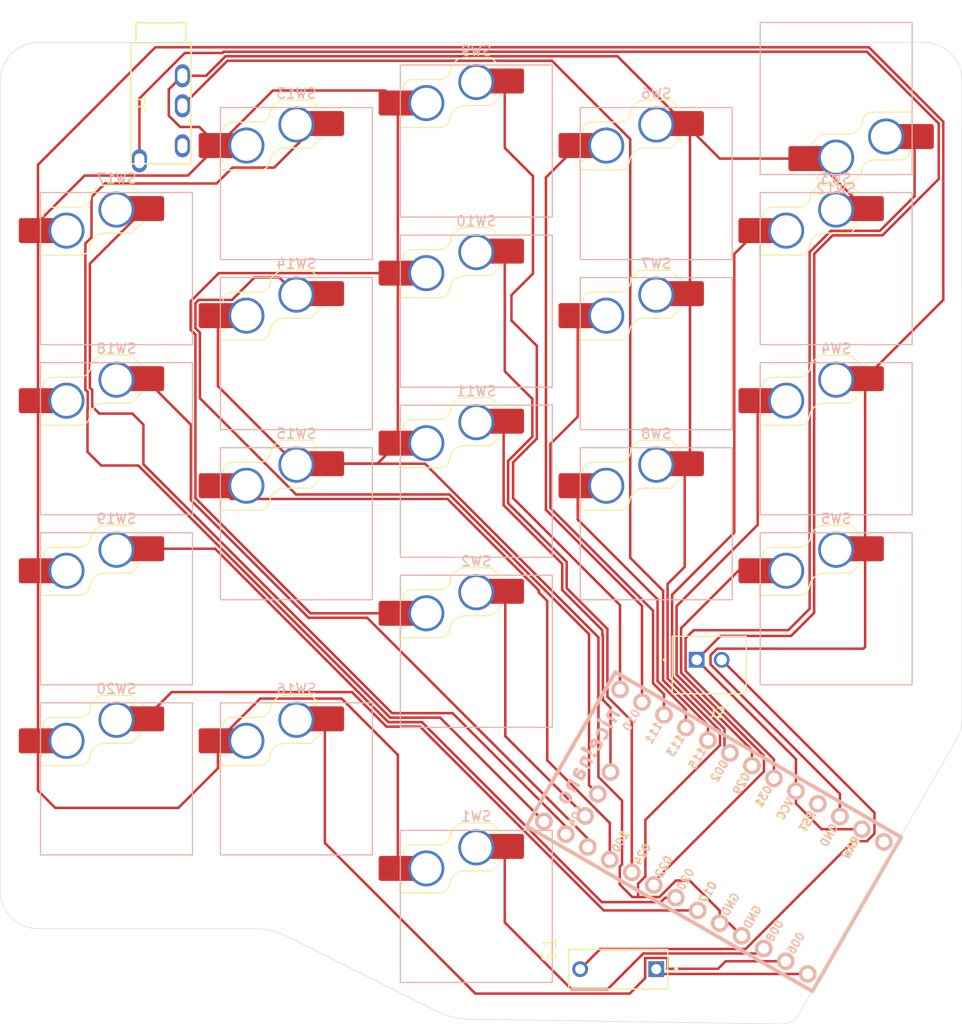
<source format=kicad_pcb>
(kicad_pcb (version 20221018) (generator pcbnew)
  (layers (0 "F.Cu" signal) (31 "B.Cu" signal) (34 "B.Paste" user) (35 "F.Paste" user) (36 "B.SilkS" user "B.Silkscreen") (37 "F.SilkS" user "F.Silkscreen") (38 "B.Mask" user) (39 "F.Mask" user) (44 "Edge.Cuts" user))
  (net 0 "")
  (net 1 "9")
  (net 2 "10")
  (net 3 "11")
  (net 4 "13")
  (net 5 "16")
  (net 6 "17")
  (net 7 "18")
  (net 8 "19")
  (net 9 "20")
  (net 10 "21")
  (net 11 "GND")
  (net 12 "3v3")
  (net 13 "1")
  (net 14 "3")
  (net 15 "4")
  (net 16 "6")
  (net 17 "7")
  (net 18 "8")
  (net 19 "2")
  (net 20 "15")
  (net 21 "14")
  (net 22 "12")
  (net 23 "5")
  (net 24 "Net-(J2-Pad2)")
  (net 25 "RST")
  (net 27 "B-")
  (footprint "MJ-4PP-9:MJ-4PP-9" (layer "F.Cu") (at 118.725 39.792944 -90)
    (fp_text reference "J1")
    (fp_text value "MJ-4PP-9_MJ-4PP-9")
  )
  (footprint "DIP:SW_DS01-254-L-01BE" (layer "F.Cu") (at 164.425 126.337944 90)
    (fp_text reference "S1")
    (fp_text value "DS01-254-L-01BE")
  )
  (footprint "Connectors_user:JST_B2B-XH-A_LF__SN_" (layer "F.Cu") (at 173.525 95.942944 180)
    (fp_text reference "J2")
    (fp_text value "B2B-XH-A_LF__SN_")
  )
  (footprint "ScottoKeebs_Hotswap:Hotswap_Choc_V1_Plated_1.00u" (layer "B.Cu") (at 186.225 56.317944 180)
    (fp_text reference "SW3")
    (fp_text value "CherryMX")
  )
  (footprint "ScottoKeebs_Hotswap:Hotswap_Choc_V1_Plated_1.00u" (layer "B.Cu") (at 186.225 73.317944 180)
    (fp_text reference "SW4")
    (fp_text value "CherryMX")
  )
  (footprint "ScottoKeebs_Hotswap:Hotswap_Choc_V1_Plated_1.00u" (layer "B.Cu") (at 186.225 90.317944 180)
    (fp_text reference "SW5")
    (fp_text value "CherryMX")
  )
  (footprint "ScottoKeebs_Hotswap:Hotswap_Choc_V1_Plated_1.00u" (layer "B.Cu") (at 168.225 47.817944 180)
    (fp_text reference "SW6")
    (fp_text value "CherryMX")
  )
  (footprint "ScottoKeebs_Hotswap:Hotswap_Choc_V1_Plated_1.00u" (layer "B.Cu") (at 168.225 64.817944 180)
    (fp_text reference "SW7")
    (fp_text value "CherryMX")
  )
  (footprint "ScottoKeebs_Hotswap:Hotswap_Choc_V1_Plated_1.00u" (layer "B.Cu") (at 168.225 81.817944 180)
    (fp_text reference "SW8")
    (fp_text value "CherryMX")
  )
  (footprint "ScottoKeebs_Hotswap:Hotswap_Choc_V1_Plated_1.00u" (layer "B.Cu") (at 150.225 43.567944 180)
    (fp_text reference "SW9")
    (fp_text value "CherryMX")
  )
  (footprint "ScottoKeebs_Hotswap:Hotswap_Choc_V1_Plated_1.00u" (layer "B.Cu") (at 150.225 60.567944 180)
    (fp_text reference "SW10")
    (fp_text value "CherryMX")
  )
  (footprint "ScottoKeebs_Hotswap:Hotswap_Choc_V1_Plated_1.00u" (layer "B.Cu") (at 150.225 77.567944 180)
    (fp_text reference "SW11")
    (fp_text value "CherryMX")
  )
  (footprint "ScottoKeebs_Hotswap:Hotswap_Choc_V1_Plated_1.00u" (layer "B.Cu") (at 132.225 47.817944 180)
    (fp_text reference "SW13")
    (fp_text value "CherryMX")
  )
  (footprint "ScottoKeebs_Hotswap:Hotswap_Choc_V1_Plated_1.00u" (layer "B.Cu") (at 132.225 64.817944 180)
    (fp_text reference "SW14")
    (fp_text value "CherryMX")
  )
  (footprint "ScottoKeebs_Hotswap:Hotswap_Choc_V1_Plated_1.00u" (layer "B.Cu") (at 132.225 81.817944 180)
    (fp_text reference "SW15")
    (fp_text value "CherryMX")
  )
  (footprint "ScottoKeebs_Hotswap:Hotswap_Choc_V1_Plated_1.00u" (layer "B.Cu") (at 132.225 107.317944 180)
    (fp_text reference "SW16")
    (fp_text value "CherryMX")
  )
  (footprint "ScottoKeebs_Hotswap:Hotswap_Choc_V1_Plated_1.00u" (layer "B.Cu") (at 114.225 56.317944 180)
    (fp_text reference "SW17")
    (fp_text value "CherryMX")
  )
  (footprint "ScottoKeebs_Hotswap:Hotswap_Choc_V1_Plated_1.00u" (layer "B.Cu") (at 114.225 73.317944 180)
    (fp_text reference "SW18")
    (fp_text value "CherryMX")
  )
  (footprint "ScottoKeebs_Hotswap:Hotswap_Choc_V1_Plated_1.00u" (layer "B.Cu") (at 114.225 90.317944 180)
    (fp_text reference "SW19")
    (fp_text value "CherryMX")
  )
  (footprint "ScottoKeebs_Hotswap:Hotswap_Choc_V1_Plated_1.00u" (layer "B.Cu") (at 114.225 107.317944 180)
    (fp_text reference "SW20")
    (fp_text value "CherryMX")
  )
  (footprint "ScottoKeebs_Hotswap:Hotswap_Choc_V1_Plated_1.00u" (layer "B.Cu") (at 150.225 120.067944 180)
    (fp_text reference "SW1")
    (fp_text value "CherryMX")
  )
  (footprint "ScottoKeebs_Hotswap:Hotswap_Choc_V1_Plated_1.00u" (layer "B.Cu") (at 186.225 39.317944)
    (fp_text reference "SW12")
    (fp_text value "CherryMX")
  )
  (footprint "Nice_nano:nice_nano" (layer "B.Cu") (at 172.89 111.962944 150)
    (fp_text reference "U3" hide)
    (fp_text value "nice_nano" hide)
  )
  (footprint "ScottoKeebs_Hotswap:Hotswap_Choc_V1_Plated_1.00u" (layer "B.Cu") (at 150.225 94.567944 180)
    (fp_text reference "SW2")
    (fp_text value "CherryMX")
  )
  (gr_arc (start 127.84125 122.292944) (mid 129.804879 122.534678) (end 131.65125 123.245444) (stroke (width 0.05)) (layer "Edge.Cuts"))
  (gr_line (start 102.6 37.520444) (end 102.6 118.482944) (stroke (width 0.05)) (layer "Edge.Cuts"))
  (gr_line (start 198.8025 101.337944) (end 198.8025 37.520444) (stroke (width 0.05)) (layer "Edge.Cuts"))
  (gr_line (start 131.65125 123.245444) (end 145.93875 130.389194) (stroke (width 0.05)) (layer "Edge.Cuts"))
  (gr_arc (start 102.6 37.520444) (mid 103.715923 34.826367) (end 106.41 33.710444) (stroke (width 0.05)) (layer "Edge.Cuts"))
  (gr_arc (start 182.509442 130.815165) (mid 181.748215 131.570266) (end 180.705 131.817944) (stroke (width 0.05)) (layer "Edge.Cuts"))
  (gr_arc (start 149.74875 131.341694) (mid 147.785121 131.09996) (end 145.93875 130.389194) (stroke (width 0.05)) (layer "Edge.Cuts"))
  (gr_line (start 194.9925 33.710444) (end 106.41 33.710444) (stroke (width 0.05)) (layer "Edge.Cuts"))
  (gr_arc (start 198.8025 101.337944) (mid 198.681633 102.319759) (end 198.32625 103.242944) (stroke (width 0.05)) (layer "Edge.Cuts"))
  (gr_line (start 182.509442 130.815165) (end 198.32625 103.242944) (stroke (width 0.05)) (layer "Edge.Cuts"))
  (gr_arc (start 194.9925 33.710444) (mid 197.686577 34.826367) (end 198.8025 37.520444) (stroke (width 0.05)) (layer "Edge.Cuts"))
  (gr_line (start 180.705 131.817944) (end 149.74875 131.341694) (stroke (width 0.05)) (layer "Edge.Cuts"))
  (gr_arc (start 106.41 122.292944) (mid 103.715923 121.177021) (end 102.6 118.482944) (stroke (width 0.05)) (layer "Edge.Cuts"))
  (gr_line (start 127.84125 122.292944) (end 106.41 122.292944) (stroke (width 0.05)) (layer "Edge.Cuts"))
  (segment (start 111.8 68.451344) (end 111.8 70.096396) (width 0.25) (layer "F.Cu") (net 1))
  (segment (start 111.565 55.827944) (end 111.565 68.216344) (width 0.25) (layer "F.Cu") (net 1))
  (segment (start 111.565 68.216344) (end 111.8 68.451344) (width 0.25) (layer "F.Cu") (net 1))
  (segment (start 147.853462 100.75) (end 159.18133 112.077868) (width 0.25) (layer "F.Cu") (net 1))
  (segment (start 117.075 50.317944) (end 111.565 55.827944) (width 0.25) (layer "F.Cu") (net 1))
  (segment (start 112.513604 70.81) (end 115.818275 70.81) (width 0.25) (layer "F.Cu") (net 1))
  (segment (start 141.797056 100.75) (end 147.853462 100.75) (width 0.25) (layer "F.Cu") (net 1))
  (segment (start 116.92 75.872944) (end 141.797056 100.75) (width 0.25) (layer "F.Cu") (net 1))
  (segment (start 116.92 71.911725) (end 116.92 75.872944) (width 0.25) (layer "F.Cu") (net 1))
  (segment (start 111.8 70.096396) (end 112.513604 70.81) (width 0.25) (layer "F.Cu") (net 1))
  (segment (start 159.18133 112.077868) (end 159.18133 112.847058) (width 0.25) (layer "F.Cu") (net 1))
  (segment (start 115.818275 70.81) (end 116.92 71.911725) (width 0.25) (layer "F.Cu") (net 1))
  (segment (start 125.83 46.22) (end 130.01 46.22) (width 0.25) (layer "F.Cu") (net 2))
  (segment (start 112.697056 76) (end 111.325 74.627944) (width 0.25) (layer "F.Cu") (net 2))
  (segment (start 111.73 49.16) (end 113.082056 47.807944) (width 0.25) (layer "F.Cu") (net 2))
  (segment (start 113.082056 47.807944) (end 124.242056 47.807944) (width 0.25) (layer "F.Cu") (net 2))
  (segment (start 130.01 46.22) (end 134.412056 41.817944) (width 0.25) (layer "F.Cu") (net 2))
  (segment (start 111.73 53.192944) (end 111.73 49.16) (width 0.25) (layer "F.Cu") (net 2))
  (segment (start 111.325 74.627944) (end 111.325 70.423148) (width 0.25) (layer "F.Cu") (net 2))
  (segment (start 116.41066 76) (end 112.697056 76) (width 0.25) (layer "F.Cu") (net 2))
  (segment (start 134.412056 41.817944) (end 135.075 41.817944) (width 0.25) (layer "F.Cu") (net 2))
  (segment (start 111.115 68.40274) (end 111.115 53.807944) (width 0.25) (layer "F.Cu") (net 2))
  (segment (start 141.61066 101.2) (end 116.41066 76) (width 0.25) (layer "F.Cu") (net 2))
  (segment (start 111.325 70.423148) (end 111.35 70.398148) (width 0.25) (layer "F.Cu") (net 2))
  (segment (start 124.242056 47.807944) (end 125.83 46.22) (width 0.25) (layer "F.Cu") (net 2))
  (segment (start 111.35 68.63774) (end 111.115 68.40274) (width 0.25) (layer "F.Cu") (net 2))
  (segment (start 146.604567 101.2) (end 141.61066 101.2) (width 0.25) (layer "F.Cu") (net 2))
  (segment (start 111.35 70.398148) (end 111.35 68.63774) (width 0.25) (layer "F.Cu") (net 2))
  (segment (start 156.981625 111.577058) (end 146.604567 101.2) (width 0.25) (layer "F.Cu") (net 2))
  (segment (start 111.115 53.807944) (end 111.73 53.192944) (width 0.25) (layer "F.Cu") (net 2))
  (segment (start 153.125 88.617944) (end 153.075 88.567944) (width 0.25) (layer "F.Cu") (net 3))
  (segment (start 153.125 103.042112) (end 153.125 88.617944) (width 0.25) (layer "F.Cu") (net 3))
  (segment (start 161.111241 111.028353) (end 153.125 103.042112) (width 0.25) (layer "F.Cu") (net 3))
  (segment (start 152.96 79.966396) (end 152.96 71.682944) (width 0.25) (layer "F.Cu") (net 4))
  (segment (start 162.831241 92.919897) (end 162.831241 92.454845) (width 0.25) (layer "F.Cu") (net 4))
  (segment (start 158.82 88.443604) (end 158.82 85.826396) (width 0.25) (layer "F.Cu") (net 4))
  (segment (start 158.82 85.826396) (end 152.96 79.966396) (width 0.25) (layer "F.Cu") (net 4))
  (segment (start 163.651241 106.628944) (end 163.651241 100.194845) (width 0.25) (layer "F.Cu") (net 4))
  (segment (start 163.651241 100.194845) (end 162.89 99.433604) (width 0.25) (layer "F.Cu") (net 4))
  (segment (start 162.89 99.433604) (end 162.89 92.978656) (width 0.25) (layer "F.Cu") (net 4))
  (segment (start 162.89 92.978656) (end 162.831241 92.919897) (width 0.25) (layer "F.Cu") (net 4))
  (segment (start 152.96 71.682944) (end 153.075 71.567944) (width 0.25) (layer "F.Cu") (net 4))
  (segment (start 162.831241 92.454845) (end 158.82 88.443604) (width 0.25) (layer "F.Cu") (net 4))
  (segment (start 167.91 90.510812) (end 167.91 97.77) (width 0.25) (layer "F.Cu") (net 5))
  (segment (start 160.375 61.017944) (end 160.375 71.115) (width 0.25) (layer "F.Cu") (net 5))
  (segment (start 157.64 73.85) (end 157.64 80.240812) (width 0.25) (layer "F.Cu") (net 5))
  (segment (start 160.375 71.115) (end 157.64 73.85) (width 0.25) (layer "F.Cu") (net 5))
  (segment (start 157.64 80.240812) (end 167.91 90.510812) (width 0.25) (layer "F.Cu") (net 5))
  (segment (start 169.001034 98.861034) (end 169.001034 100.91883) (width 0.25) (layer "F.Cu") (net 5))
  (segment (start 167.91 97.77) (end 169.001034 98.861034) (width 0.25) (layer "F.Cu") (net 5))
  (segment (start 168.36 97.54632) (end 168.36 89.382944) (width 0.25) (layer "F.Cu") (net 6))
  (segment (start 171.200739 102.18883) (end 171.200739 100.387059) (width 0.25) (layer "F.Cu") (net 6))
  (segment (start 160.375 81.397944) (end 160.375 78.017944) (width 0.25) (layer "F.Cu") (net 6))
  (segment (start 171.200739 100.387059) (end 168.36 97.54632) (width 0.25) (layer "F.Cu") (net 6))
  (segment (start 168.36 89.382944) (end 160.375 81.397944) (width 0.25) (layer "F.Cu") (net 6))
  (segment (start 173.400443 103.45883) (end 173.400443 101.950367) (width 0.25) (layer "F.Cu") (net 7))
  (segment (start 125.325 35.542944) (end 120.825 40.042944) (width 0.25) (layer "F.Cu") (net 7))
  (segment (start 173.400443 101.950367) (end 168.9125 97.462424) (width 0.25) (layer "F.Cu") (net 7))
  (segment (start 165.62439 43.377334) (end 157.79 35.542944) (width 0.25) (layer "F.Cu") (net 7))
  (segment (start 168.9125 88.5125) (end 165.62439 85.22439) (width 0.25) (layer "F.Cu") (net 7))
  (segment (start 168.9125 97.462424) (end 168.9125 88.5125) (width 0.25) (layer "F.Cu") (net 7))
  (segment (start 165.62439 85.22439) (end 165.62439 43.377334) (width 0.25) (layer "F.Cu") (net 7))
  (segment (start 157.79 35.542944) (end 125.325 35.542944) (width 0.25) (layer "F.Cu") (net 7))
  (segment (start 175.051743 104.180425) (end 175.051743 102.328875) (width 0.25) (layer "F.Cu") (net 8))
  (segment (start 175.600148 104.72883) (end 175.051743 104.180425) (width 0.25) (layer "F.Cu") (net 8))
  (segment (start 176.035 54.857944) (end 178.375 52.517944) (width 0.25) (layer "F.Cu") (net 8))
  (segment (start 169.8125 97.089632) (end 169.8125 88.9175) (width 0.25) (layer "F.Cu") (net 8))
  (segment (start 176.035 82.695) (end 176.035 54.857944) (width 0.25) (layer "F.Cu") (net 8))
  (segment (start 175.051743 102.328875) (end 169.8125 97.089632) (width 0.25) (layer "F.Cu") (net 8))
  (segment (start 169.8125 88.9175) (end 176.035 82.695) (width 0.25) (layer "F.Cu") (net 8))
  (segment (start 177.799852 104.440588) (end 177.799852 105.99883) (width 0.25) (layer "F.Cu") (net 9))
  (segment (start 178.375 69.517944) (end 178.375 81.935) (width 0.25) (layer "F.Cu") (net 9))
  (segment (start 178.375 81.935) (end 170.2625 90.0475) (width 0.25) (layer "F.Cu") (net 9))
  (segment (start 170.2625 96.903236) (end 177.799852 104.440588) (width 0.25) (layer "F.Cu") (net 9))
  (segment (start 170.2625 90.0475) (end 170.2625 96.903236) (width 0.25) (layer "F.Cu") (net 9))
  (segment (start 194.075 49.067944) (end 194.075 43.117944) (width 0.25) (layer "F.Cu") (net 10))
  (segment (start 179.999557 107.26883) (end 179.999557 105.367501) (width 0.25) (layer "F.Cu") (net 10))
  (segment (start 190.602944 52.54) (end 194.075 49.067944) (width 0.25) (layer "F.Cu") (net 10))
  (segment (start 183.57439 54.659214) (end 185.69066 52.542944) (width 0.25) (layer "F.Cu") (net 10))
  (segment (start 171.1625 96.530444) (end 171.1625 93.2675) (width 0.25) (layer "F.Cu") (net 10))
  (segment (start 179.999557 105.367501) (end 171.1625 96.530444) (width 0.25) (layer "F.Cu") (net 10))
  (segment (start 187.105204 52.542944) (end 187.108148 52.54) (width 0.25) (layer "F.Cu") (net 10))
  (segment (start 171.1625 93.2675) (end 171.97 92.46) (width 0.25) (layer "F.Cu") (net 10))
  (segment (start 181.43 92.46) (end 183.57439 90.31561) (width 0.25) (layer "F.Cu") (net 10))
  (segment (start 185.69066 52.542944) (end 187.105204 52.542944) (width 0.25) (layer "F.Cu") (net 10))
  (segment (start 171.97 92.46) (end 181.43 92.46) (width 0.25) (layer "F.Cu") (net 10))
  (segment (start 183.57439 90.31561) (end 183.57439 54.659214) (width 0.25) (layer "F.Cu") (net 10))
  (segment (start 187.108148 52.54) (end 190.602944 52.54) (width 0.25) (layer "F.Cu") (net 10))
  (segment (start 164.809303 109.485901) (end 164.809303 115.857389) (width 0.25) (layer "F.Cu") (net 11))
  (segment (start 171.075 58.817944) (end 171.6 59.342944) (width 0.25) (layer "F.Cu") (net 11))
  (segment (start 122.517056 42.16) (end 120.59 42.16) (width 0.25) (layer "F.Cu") (net 11))
  (segment (start 106.375 52.517944) (end 106.375 69.517944) (width 0.25) (layer "F.Cu") (net 11))
  (segment (start 170.198015 117.48) (end 171.561478 117.48) (width 0.25) (layer "F.Cu") (net 11))
  (segment (start 123.188604 37.042944) (end 120.825 37.042944) (width 0.25) (layer "F.Cu") (net 11))
  (segment (start 142.375 56.767944) (end 142.375 73.767944) (width 0.25) (layer "F.Cu") (net 11))
  (segment (start 183.375 45.317944) (end 174.575 45.317944) (width 0.25) (layer "F.Cu") (net 11))
  (segment (start 124.462056 56.767944) (end 142.375 56.767944) (width 0.25) (layer "F.Cu") (net 11))
  (segment (start 108.107944 110.217944) (end 106.375 108.485) (width 0.25) (layer "F.Cu") (net 11))
  (segment (start 189.125 84.367944) (end 189.075 84.317944) (width 0.25) (layer "F.Cu") (net 11))
  (segment (start 106.375 69.517944) (end 106.375 86.517944) (width 0.25) (layer "F.Cu") (net 11))
  (segment (start 118.117056 34.192944) (end 106.375 45.935) (width 0.25) (layer "F.Cu") (net 11))
  (segment (start 174.314187 94.305444) (end 180.538719 94.305444) (width 0.25) (layer "F.Cu") (net 11))
  (segment (start 106.375 108.485) (end 106.375 103.517944) (width 0.25) (layer "F.Cu") (net 11))
  (segment (start 189.075 50.317944) (end 184.075 45.317944) (width 0.25) (layer "F.Cu") (net 11))
  (segment (start 171.6 75.292944) (end 171.075 75.817944) (width 0.25) (layer "F.Cu") (net 11))
  (segment (start 186.59867 108.814927) (end 173.6625 95.878757) (width 0.25) (layer "F.Cu") (net 11))
  (segment (start 175.508966 121.737058) (end 174.579261 121.737058) (width 0.25) (layer "F.Cu") (net 11))
  (segment (start 167.14 111.42) (end 167.14 117.068311) (width 0.25) (layer "F.Cu") (net 11))
  (segment (start 162.44 93.165052) (end 162.44 107.116598) (width 0.25) (layer "F.Cu") (net 11))
  (segment (start 124.375 103.517944) (end 128.6 99.292944) (width 0.25) (layer "F.Cu") (net 11))
  (segment (start 142.375 39.767944) (end 141.125 38.517944) (width 0.25) (layer "F.Cu") (net 11))
  (segment (start 106.375 51.685) (end 111.042056 47.017944) (width 0.25) (layer "F.Cu") (net 11))
  (segment (start 164.35 35.092944) (end 125.138604 35.092944) (width 0.25) (layer "F.Cu") (net 11))
  (segment (start 166.41 117.798311) (end 166.41 119.04) (width 0.25) (layer "F.Cu") (net 11))
  (segment (start 186.59867 111.07883) (end 186.59867 108.814927) (width 0.25) (layer "F.Cu") (net 11))
  (segment (start 122.125 79.263044) (end 122.125 62.89944) (width 0.25) (layer "F.Cu") (net 11))
  (segment (start 174.601743 102.515271) (end 174.601743 103.958257) (width 0.25) (layer "F.Cu") (net 11))
  (segment (start 174.579261 120.497783) (end 174.579261 121.737058) (width 0.25) (layer "F.Cu") (net 11))
  (segment (start 171.6 59.342944) (end 171.6 75.292944) (width 0.25) (layer "F.Cu") (net 11))
  (segment (start 122.125 62.89944) (end 121.65 62.42444) (width 0.25) (layer "F.Cu") (net 11))
  (segment (start 135.075 75.817944) (end 145.092892 75.817944) (width 0.25) (layer "F.Cu") (net 11))
  (segment (start 120.59 42.16) (end 119.46 41.03) (width 0.25) (layer "F.Cu") (net 11))
  (segment (start 173.6625 94.957131) (end 174.314187 94.305444) (width 0.25) (layer "F.Cu") (net 11))
  (segment (start 142.375 104.917944) (end 142.375 116.267944) (width 0.25) (layer "F.Cu") (net 11))
  (segment (start 111.042056 47.017944) (end 121.375 47.017944) (width 0.25) (layer "F.Cu") (net 11))
  (segment (start 176.778966 123.007058) (end 175.508966 121.737058) (width 0.25) (layer "F.Cu") (net 11))
  (segment (start 189.125 84.267944) (end 189.125 67.367944) (width 0.25) (layer "F.Cu") (net 11))
  (segment (start 164.809303 115.857389) (end 164.579143 116.087549) (width 0.25) (layer "F.Cu") (net 11))
  (segment (start 162.44 107.116598) (end 164.809303 109.485901) (width 0.25) (layer "F.Cu") (net 11))
  (segment (start 124.375 68.067944) (end 132.225 75.917944) (width 0.25) (layer "F.Cu") (net 11))
  (segment (start 188.95 94.31) (end 189.125 94.135) (width 0.25) (layer "F.Cu") (net 11))
  (segment (start 196.94 59.452944) (end 196.94 41.633604) (width 0.25) (layer "F.Cu") (net 11))
  (segment (start 174.575 45.317944) (end 171.075 41.817944) (width 0.25) (layer "F.Cu") (net 11))
  (segment (start 121.65 59.58) (end 124.462056 56.767944) (width 0.25) (layer "F.Cu") (net 11))
  (segment (start 189.125 67.367944) (end 189.075 67.317944) (width 0.25) (layer "F.Cu") (net 11))
  (segment (start 171.6 58.292944) (end 171.075 58.817944) (width 0.25) (layer "F.Cu") (net 11))
  (segment (start 171.075 75.817944) (end 171.075 86.125) (width 0.25) (layer "F.Cu") (net 11))
  (segment (start 171.075 86.125) (end 169.3625 87.8375) (width 0.25) (layer "F.Cu") (net 11))
  (segment (start 121.375 47.017944) (end 124.375 44.017944) (width 0.25) (layer "F.Cu") (net 11))
  (segment (start 120.422056 110.217944) (end 108.107944 110.217944) (width 0.25) (layer "F.Cu") (net 11))
  (segment (start 124.375 44.017944) (end 122.517056 42.16) (width 0.25) (layer "F.Cu") (net 11))
  (segment (start 106.375 86.517944) (end 106.375 103.517944) (width 0.25) (layer "F.Cu") (net 11))
  (segment (start 142.375 56.767944) (end 142.375 39.767944) (width 0.25) (layer "F.Cu") (net 11))
  (segment (start 168.549657 119.128358) (end 170.198015 117.48) (width 0.25) (layer "F.Cu") (net 11))
  (segment (start 142.375 90.767944) (end 133.6299 90.767944) (width 0.25) (layer "F.Cu") (net 11))
  (segment (start 133.6299 90.767944) (end 122.125 79.263044) (width 0.25) (layer "F.Cu") (net 11))
  (segment (start 167.14 117.068311) (end 166.41 117.798311) (width 0.25) (layer "F.Cu") (net 11))
  (segment (start 171.075 41.817944) (end 171.6 42.342944) (width 0.25) (layer "F.Cu") (net 11))
  (segment (start 180.538719 94.305444) (end 180.543275 94.31) (width 0.25) (layer "F.Cu") (net 11))
  (segment (start 128.6 99.292944) (end 136.75 99.292944) (width 0.25) (layer "F.Cu") (net 11))
  (segment (start 173.6625 95.878757) (end 173.6625 94.957131) (width 0.25) (layer "F.Cu") (net 11))
  (segment (start 174.601743 103.958257) (end 167.14 111.42) (width 0.25) (layer "F.Cu") (net 11))
  (segment (start 164.579143 116.087549) (end 164.579143 117.879143) (width 0.25) (layer "F.Cu") (net 11))
  (segment (start 106.375 45.935) (end 106.375 52.517944) (width 0.25) (layer "F.Cu") (net 11))
  (segment (start 196.94 41.633604) (end 189.49934 34.192944) (width 0.25) (layer "F.Cu") (net 11))
  (segment (start 166.321642 119.128358) (end 166.41 119.04) (width 0.25) (layer "F.Cu") (net 11))
  (segment (start 166.41 119.04) (end 166.498358 119.128358) (width 0.25) (layer "F.Cu") (net 11))
  (segment (start 124.375 106.265) (end 120.422056 110.217944) (width 0.25) (layer "F.Cu") (net 11))
  (segment (start 135.075 75.817944) (end 140.325 75.817944) (width 0.25) (layer "F.Cu") (net 11))
  (segment (start 141.125 38.517944) (end 129.875 38.517944) (width 0.25) (layer "F.Cu") (net 11))
  (segment (start 171.6 42.342944) (end 171.6 58.292944) (width 0.25) (layer "F.Cu") (net 11))
  (segment (start 189.075 67.317944) (end 196.94 59.452944) (width 0.25) (layer "F.Cu") (net 11))
  (segment (start 184.075 45.317944) (end 183.375 45.317944) (width 0.25) (layer "F.Cu") (net 11))
  (segment (start 164.579143 117.879143) (end 165.828358 119.128358) (width 0.25) (layer "F.Cu") (net 11))
  (segment (start 119.46 38.407944) (end 120.825 37.042944) (width 0.25) (layer "F.Cu") (net 11))
  (segment (start 165.828358 119.128358) (end 166.321642 119.128358) (width 0.25) (layer "F.Cu") (net 11))
  (segment (start 106.375 52.517944) (end 106.375 51.685) (width 0.25) (layer "F.Cu") (net 11))
  (segment (start 136.75 99.292944) (end 142.375 104.917944) (width 0.25) (layer "F.Cu") (net 11))
  (segment (start 180.543275 94.31) (end 188.95 94.31) (width 0.25) (layer "F.Cu") (net 11))
  (segment (start 129.875 38.517944) (end 124.375 44.017944) (width 0.25) (layer "F.Cu") (net 11))
  (segment (start 189.49934 34.192944) (end 118.117056 34.192944) (width 0.25) (layer "F.Cu") (net 11))
  (segment (start 121.65 62.42444) (end 121.65 59.58) (width 0.25) (layer "F.Cu") (net 11))
  (segment (start 145.092892 75.817944) (end 162.44 93.165052) (width 0.25) (layer "F.Cu") (net 11))
  (segment (start 124.375 103.517944) (end 124.375 106.265) (width 0.25) (layer "F.Cu") (net 11))
  (segment (start 119.46 41.03) (end 119.46 38.407944) (width 0.25) (layer "F.Cu") (net 11))
  (segment (start 189.075 84.317944) (end 189.125 84.267944) (width 0.25) (layer "F.Cu") (net 11))
  (segment (start 125.138604 35.092944) (end 123.188604 37.042944) (width 0.25) (layer "F.Cu") (net 11))
  (segment (start 171.075 41.817944) (end 164.35 35.092944) (width 0.25) (layer "F.Cu") (net 11))
  (segment (start 171.561478 117.48) (end 174.579261 120.497783) (width 0.25) (layer "F.Cu") (net 11))
  (segment (start 189.125 94.135) (end 189.125 84.367944) (width 0.25) (layer "F.Cu") (net 11))
  (segment (start 166.498358 119.128358) (end 168.549657 119.128358) (width 0.25) (layer "F.Cu") (net 11))
  (segment (start 124.375 61.017944) (end 124.375 68.067944) (width 0.25) (layer "F.Cu") (net 11))
  (segment (start 169.3625 97.276028) (end 174.601743 102.515271) (width 0.25) (layer "F.Cu") (net 11))
  (segment (start 140.325 75.817944) (end 142.375 73.767944) (width 0.25) (layer "F.Cu") (net 11))
  (segment (start 169.3625 87.8375) (end 169.3625 97.276028) (width 0.25) (layer "F.Cu") (net 11))
  (segment (start 187.294544 52.99) (end 190.862944 52.99) (width 0.25) (layer "F.Cu") (net 12))
  (segment (start 116.525 39.307944) (end 116.525 45.542944) (width 0.25) (layer "F.Cu") (net 12))
  (segment (start 124.952208 34.642944) (end 124.835152 34.76) (width 0.25) (layer "F.Cu") (net 12))
  (segment (start 196.49 47.362944) (end 196.49 41.82) (width 0.25) (layer "F.Cu") (net 12))
  (segment (start 189.312944 34.642944) (end 124.952208 34.642944) (width 0.25) (layer "F.Cu") (net 12))
  (segment (start 184.03439 54.83561) (end 185.877056 52.992944) (width 0.25) (layer "F.Cu") (net 12))
  (segment (start 181.72 93.03) (end 184.02439 90.72561) (width 0.25) (layer "F.Cu") (net 12))
  (segment (start 185.877056 52.992944) (end 187.2916 52.992944) (width 0.25) (layer "F.Cu") (net 12))
  (segment (start 190.862944 52.99) (end 196.49 47.362944) (width 0.25) (layer "F.Cu") (net 12))
  (segment (start 196.49 41.82) (end 189.312944 34.642944) (width 0.25) (layer "F.Cu") (net 12))
  (segment (start 182.199261 109.778105) (end 182.199261 108.53883) (width 0.25) (layer "F.Cu") (net 12))
  (segment (start 184.03439 71.407335) (end 184.03439 54.83561) (width 0.25) (layer "F.Cu") (net 12))
  (segment (start 184.02439 90.72561) (end 184.02439 71.417335) (width 0.25) (layer "F.Cu") (net 12))
  (segment (start 124.835152 34.76) (end 121.072944 34.76) (width 0.25) (layer "F.Cu") (net 12))
  (segment (start 182.199261 105.342205) (end 172.275 95.417944) (width 0.25) (layer "F.Cu") (net 12))
  (segment (start 174.662944 93.03) (end 181.72 93.03) (width 0.25) (layer "F.Cu") (net 12))
  (segment (start 187.2916 52.992944) (end 187.294544 52.99) (width 0.25) (layer "F.Cu") (net 12))
  (segment (start 184.02439 71.417335) (end 184.03439 71.407335) (width 0.25) (layer "F.Cu") (net 12))
  (segment (start 121.072944 34.76) (end 116.525 39.307944) (width 0.25) (layer "F.Cu") (net 12))
  (segment (start 182.199261 108.53883) (end 182.199261 105.342205) (width 0.25) (layer "F.Cu") (net 12))
  (segment (start 188.798375 112.34883) (end 184.769986 112.34883) (width 0.25) (layer "F.Cu") (net 12))
  (segment (start 172.275 95.417944) (end 174.662944 93.03) (width 0.25) (layer "F.Cu") (net 12))
  (segment (start 184.769986 112.34883) (end 182.199261 109.778105) (width 0.25) (layer "F.Cu") (net 12))
  (segment (start 150.13 128.78) (end 165.577944 128.78) (width 0.25) (layer "F.Cu") (net 13))
  (segment (start 175.165734 125.547058) (end 181.178375 125.547058) (width 0.25) (layer "F.Cu") (net 13))
  (segment (start 135.075 101.317944) (end 135.075 113.725) (width 0.25) (layer "F.Cu") (net 13))
  (segment (start 167.12 125.222944) (end 169.35 125.222944) (width 0.25) (layer "F.Cu") (net 13))
  (segment (start 169.35 126.298358) (end 174.414434 126.298358) (width 0.25) (layer "F.Cu") (net 13))
  (segment (start 169.35 125.222944) (end 169.35 126.298358) (width 0.25) (layer "F.Cu") (net 13))
  (segment (start 174.414434 126.298358) (end 175.165734 125.547058) (width 0.25) (layer "F.Cu") (net 13))
  (segment (start 165.577944 128.78) (end 167.12 127.237944) (width 0.25) (layer "F.Cu") (net 13))
  (segment (start 167.12 127.237944) (end 167.12 125.222944) (width 0.25) (layer "F.Cu") (net 13))
  (segment (start 135.075 113.725) (end 150.13 128.78) (width 0.25) (layer "F.Cu") (net 13))
  (segment (start 141.237868 102.1) (end 144.602156 102.1) (width 0.25) (layer "F.Cu") (net 14))
  (segment (start 162.969214 120.467058) (end 172.379557 120.467058) (width 0.25) (layer "F.Cu") (net 14))
  (segment (start 119.745 98.647944) (end 137.785812 98.647944) (width 0.25) (layer "F.Cu") (net 14))
  (segment (start 144.602156 102.1) (end 162.969214 120.467058) (width 0.25) (layer "F.Cu") (net 14))
  (segment (start 117.075 101.317944) (end 119.745 98.647944) (width 0.25) (layer "F.Cu") (net 14))
  (segment (start 137.785812 98.647944) (end 141.237868 102.1) (width 0.25) (layer "F.Cu") (net 14))
  (segment (start 168.676467 119.637944) (end 162.776496 119.637944) (width 0.25) (layer "F.Cu") (net 15))
  (segment (start 141.424264 101.65) (end 124.092208 84.317944) (width 0.25) (layer "F.Cu") (net 15))
  (segment (start 144.788552 101.65) (end 141.424264 101.65) (width 0.25) (layer "F.Cu") (net 15))
  (segment (start 169.117353 119.197058) (end 168.676467 119.637944) (width 0.25) (layer "F.Cu") (net 15))
  (segment (start 170.179852 119.197058) (end 169.117353 119.197058) (width 0.25) (layer "F.Cu") (net 15))
  (segment (start 124.092208 84.317944) (end 117.075 84.317944) (width 0.25) (layer "F.Cu") (net 15))
  (segment (start 162.776496 119.637944) (end 144.788552 101.65) (width 0.25) (layer "F.Cu") (net 15))
  (segment (start 153.41 79.78) (end 153.41 75.54) (width 0.25) (layer "F.Cu") (net 16))
  (segment (start 165.780443 116.657058) (end 165.780443 101.543387) (width 0.25) (layer "F.Cu") (net 16))
  (segment (start 155.83 69.34) (end 153.075 66.585) (width 0.25) (layer "F.Cu") (net 16))
  (segment (start 163.34 99.102944) (end 163.34 92.327208) (width 0.25) (layer "F.Cu") (net 16))
  (segment (start 159.27 88.257208) (end 159.27 85.64) (width 0.25) (layer "F.Cu") (net 16))
  (segment (start 153.41 75.54) (end 155.83 73.12) (width 0.25) (layer "F.Cu") (net 16))
  (segment (start 155.83 73.12) (end 155.83 69.34) (width 0.25) (layer "F.Cu") (net 16))
  (segment (start 165.780443 101.543387) (end 163.34 99.102944) (width 0.25) (layer "F.Cu") (net 16))
  (segment (start 153.075 66.585) (end 153.075 54.567944) (width 0.25) (layer "F.Cu") (net 16))
  (segment (start 163.34 92.327208) (end 159.27 88.257208) (width 0.25) (layer "F.Cu") (net 16))
  (segment (start 159.27 85.64) (end 153.41 79.78) (width 0.25) (layer "F.Cu") (net 16))
  (segment (start 127.225 78.017944) (end 124.375 78.017944) (width 0.25) (layer "F.Cu") (net 17))
  (segment (start 156.48 88.496396) (end 156.41 88.426396) (width 0.25) (layer "F.Cu") (net 17))
  (segment (start 156.41 88.426396) (end 156.41 88.407844) (width 0.25) (layer "F.Cu") (net 17))
  (segment (start 157.32 105.466303) (end 157.32 89.526396) (width 0.25) (layer "F.Cu") (net 17))
  (segment (start 125.7 79.342944) (end 124.375 78.017944) (width 0.25) (layer "F.Cu") (net 17))
  (segment (start 163.580739 111.727042) (end 157.32 105.466303) (width 0.25) (layer "F.Cu") (net 17))
  (segment (start 147.3451 79.342944) (end 125.7 79.342944) (width 0.25) (layer "F.Cu") (net 17))
  (segment (start 157.32 89.526396) (end 156.48 88.686396) (width 0.25) (layer "F.Cu") (net 17))
  (segment (start 156.48 88.686396) (end 156.48 88.496396) (width 0.25) (layer "F.Cu") (net 17))
  (segment (start 163.580739 115.387058) (end 163.580739 111.727042) (width 0.25) (layer "F.Cu") (net 17))
  (segment (start 156.41 88.407844) (end 147.3451 79.342944) (width 0.25) (layer "F.Cu") (net 17))
  (segment (start 133.443504 91.217944) (end 139.307944 91.217944) (width 0.25) (layer "F.Cu") (net 18))
  (segment (start 121.675 79.44944) (end 133.443504 91.217944) (width 0.25) (layer "F.Cu") (net 18))
  (segment (start 117.075 67.317944) (end 121.675 71.917944) (width 0.25) (layer "F.Cu") (net 18))
  (segment (start 121.675 71.917944) (end 121.675 79.44944) (width 0.25) (layer "F.Cu") (net 18))
  (segment (start 139.307944 91.217944) (end 161.381034 113.291034) (width 0.25) (layer "F.Cu") (net 18))
  (segment (start 161.381034 113.291034) (end 161.381034 114.117058) (width 0.25) (layer "F.Cu") (net 18))
  (segment (start 163.376548 128.33) (end 166.933604 124.772944) (width 0.25) (layer "F.Cu") (net 19))
  (segment (start 159.73 128.33) (end 163.376548 128.33) (width 0.25) (layer "F.Cu") (net 19))
  (segment (start 153.075 114.067944) (end 153.075 121.675) (width 0.25) (layer "F.Cu") (net 19))
  (segment (start 153.075 121.675) (end 159.73 128.33) (width 0.25) (layer "F.Cu") (net 19))
  (segment (start 178.482784 124.772944) (end 178.97867 124.277058) (width 0.25) (layer "F.Cu") (net 19))
  (segment (start 166.933604 124.772944) (end 178.482784 124.772944) (width 0.25) (layer "F.Cu") (net 19))
  (segment (start 160.375 44.017944) (end 157.19 47.202944) (width 0.25) (layer "F.Cu") (net 20))
  (segment (start 157.19 47.202944) (end 157.19 80.427208) (width 0.25) (layer "F.Cu") (net 20))
  (segment (start 166.80133 90.038538) (end 166.80133 99.64883) (width 0.25) (layer "F.Cu") (net 20))
  (segment (start 157.19 80.427208) (end 166.80133 90.038538) (width 0.25) (layer "F.Cu") (net 20))
  (segment (start 153.74 61.5) (end 153.74 58.97) (width 0.25) (layer "F.Cu") (net 21))
  (segment (start 153.91 79.26) (end 153.91 75.676396) (width 0.25) (layer "F.Cu") (net 21))
  (segment (start 155.89 47.07) (end 153.075 44.255) (width 0.25) (layer "F.Cu") (net 21))
  (segment (start 156.28 73.306396) (end 156.28 64.04) (width 0.25) (layer "F.Cu") (net 21))
  (segment (start 164.601625 98.37883) (end 164.601625 89.951625) (width 0.25) (layer "F.Cu") (net 21))
  (segment (start 156.28 64.04) (end 153.74 61.5) (width 0.25) (layer "F.Cu") (net 21))
  (segment (start 153.075 44.255) (end 153.075 37.567944) (width 0.25) (layer "F.Cu") (net 21))
  (segment (start 153.74 58.97) (end 155.89 56.82) (width 0.25) (layer "F.Cu") (net 21))
  (segment (start 153.91 75.676396) (end 156.28 73.306396) (width 0.25) (layer "F.Cu") (net 21))
  (segment (start 164.601625 89.951625) (end 153.91 79.26) (width 0.25) (layer "F.Cu") (net 21))
  (segment (start 155.89 56.82) (end 155.89 47.07) (width 0.25) (layer "F.Cu") (net 21))
  (segment (start 161.504941 92.866389) (end 147.531496 78.892944) (width 0.25) (layer "F.Cu") (net 22))
  (segment (start 161.504941 107.952349) (end 161.504941 92.866389) (width 0.25) (layer "F.Cu") (net 22))
  (segment (start 128.019796 57.217944) (end 130.525 57.217944) (width 0.25) (layer "F.Cu") (net 22))
  (segment (start 122.575 62.713044) (end 122.125 62.263044) (width 0.25) (layer "F.Cu") (net 22))
  (segment (start 132.194796 78.892944) (end 122.575 69.273148) (width 0.25) (layer "F.Cu") (net 22))
  (segment (start 147.531496 78.892944) (end 132.194796 78.892944) (width 0.25) (layer "F.Cu") (net 22))
  (segment (start 122.575 69.273148) (end 122.575 62.713044) (width 0.25) (layer "F.Cu") (net 22))
  (segment (start 125.794796 59.442944) (end 128.019796 57.217944) (width 0.25) (layer "F.Cu") (net 22))
  (segment (start 162.381241 108.828649) (end 161.504941 107.952349) (width 0.25) (layer "F.Cu") (net 22))
  (segment (start 130.525 57.217944) (end 132.225 58.917944) (width 0.25) (layer "F.Cu") (net 22))
  (segment (start 122.125 62.263044) (end 122.125 59.772844) (width 0.25) (layer "F.Cu") (net 22))
  (segment (start 122.4549 59.442944) (end 125.794796 59.442944) (width 0.25) (layer "F.Cu") (net 22))
  (segment (start 122.125 59.772844) (end 122.4549 59.442944) (width 0.25) (layer "F.Cu") (net 22))
  (segment (start 170.7125 92.255444) (end 170.7125 96.71684) (width 0.25) (layer "F.Cu") (net 23))
  (segment (start 178.375 86.517944) (end 176.45 86.517944) (width 0.25) (layer "F.Cu") (net 23))
  (segment (start 179.001152 106.581792) (end 167.980148 117.602796) (width 0.25) (layer "F.Cu") (net 23))
  (segment (start 179.001152 105.005492) (end 179.001152 106.581792) (width 0.25) (layer "F.Cu") (net 23))
  (segment (start 170.7125 96.71684) (end 179.001152 105.005492) (width 0.25) (layer "F.Cu") (net 23))
  (segment (start 167.980148 117.602796) (end 167.980148 117.927058) (width 0.25) (layer "F.Cu") (net 23))
  (segment (start 176.45 86.517944) (end 170.7125 92.255444) (width 0.25) (layer "F.Cu") (net 23))
  (segment (start 162.63 124.322944) (end 177.167056 124.322944) (width 0.25) (layer "F.Cu") (net 24))
  (segment (start 177.167056 124.322944) (end 187.93987 113.55013) (width 0.25) (layer "F.Cu") (net 24))
  (segment (start 189.29597 113.55013) (end 190.06 112.7861) (width 0.25) (layer "F.Cu") (net 24))
  (segment (start 160.615 126.337944) (end 162.63 124.322944) (width 0.25) (layer "F.Cu") (net 24))
  (segment (start 190.06 112.7861) (end 190.06 110.702944) (width 0.25) (layer "F.Cu") (net 24))
  (segment (start 187.93987 113.55013) (end 189.29597 113.55013) (width 0.25) (layer "F.Cu") (net 24))
  (segment (start 190.06 110.702944) (end 174.775 95.417944) (width 0.25) (layer "F.Cu") (net 24))
  (segment (start 168.714114 126.817058) (end 168.235 126.337944) (width 0.25) (layer "F.Cu") (net 27))
  (segment (start 183.378079 126.817058) (end 168.714114 126.817058) (width 0.25) (layer "F.Cu") (net 27))
)
</source>
